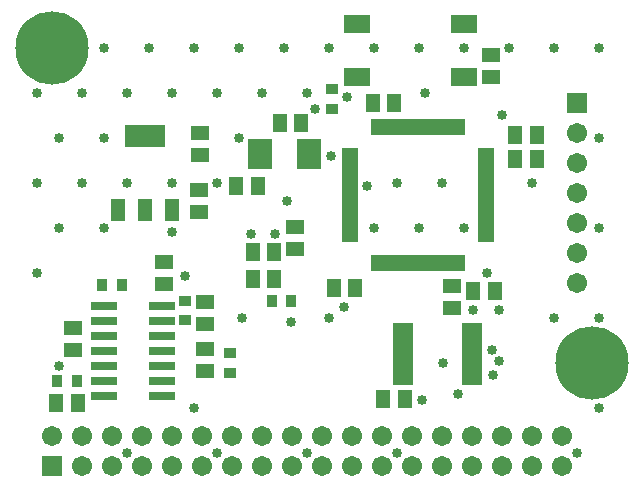
<source format=gts>
G04*
G04 #@! TF.GenerationSoftware,Altium Limited,Altium Designer,21.2.2 (38)*
G04*
G04 Layer_Color=8388736*
%FSLAX25Y25*%
%MOIN*%
G70*
G04*
G04 #@! TF.SameCoordinates,9900035C-DF53-466D-9157-F39D2BD444FF*
G04*
G04*
G04 #@! TF.FilePolarity,Negative*
G04*
G01*
G75*
%ADD27R,0.06115X0.04737*%
%ADD28R,0.04147X0.03556*%
%ADD29R,0.04737X0.06115*%
%ADD30R,0.05524X0.01981*%
%ADD31R,0.01981X0.05524*%
%ADD32R,0.09068X0.06312*%
%ADD33R,0.03556X0.04147*%
%ADD34R,0.04540X0.07690*%
%ADD35R,0.13398X0.07690*%
%ADD36R,0.06607X0.02572*%
%ADD37R,0.08280X0.10249*%
%ADD38R,0.08600X0.03000*%
%ADD39C,0.06706*%
%ADD40R,0.06706X0.06706*%
%ADD41C,0.24422*%
%ADD42R,0.06706X0.06706*%
%ADD43C,0.03359*%
D27*
X221000Y147358D02*
D03*
Y154642D02*
D03*
X303500Y175642D02*
D03*
Y168358D02*
D03*
X207500Y176358D02*
D03*
Y183642D02*
D03*
X221000Y162858D02*
D03*
Y170142D02*
D03*
X251000Y187858D02*
D03*
X219500Y226642D02*
D03*
X177000Y154358D02*
D03*
X316500Y252642D02*
D03*
X219500Y219358D02*
D03*
X219000Y207642D02*
D03*
X177000Y161642D02*
D03*
X251000Y195142D02*
D03*
X219000Y200358D02*
D03*
X316500Y245358D02*
D03*
D28*
X229500Y146752D02*
D03*
Y153248D02*
D03*
X263500Y241248D02*
D03*
Y234752D02*
D03*
X214500Y170748D02*
D03*
Y164252D02*
D03*
D29*
X245858Y230000D02*
D03*
X253142D02*
D03*
X178642Y136500D02*
D03*
X171358D02*
D03*
X287642Y138000D02*
D03*
X280358D02*
D03*
X317642Y174000D02*
D03*
X310358D02*
D03*
X236858Y178000D02*
D03*
X244142D02*
D03*
Y187000D02*
D03*
X271142Y175000D02*
D03*
X324358Y226000D02*
D03*
X276858Y236500D02*
D03*
X231358Y209000D02*
D03*
X236858Y187000D02*
D03*
X331642Y218061D02*
D03*
X263858Y175000D02*
D03*
X331642Y226000D02*
D03*
X284142Y236500D02*
D03*
X324358Y218061D02*
D03*
X238642Y209000D02*
D03*
D30*
X269362Y197142D02*
D03*
X314638Y220764D02*
D03*
X269362Y199110D02*
D03*
Y191236D02*
D03*
Y193205D02*
D03*
Y195173D02*
D03*
Y201079D02*
D03*
Y203047D02*
D03*
Y205016D02*
D03*
Y206984D02*
D03*
Y208953D02*
D03*
Y210921D02*
D03*
Y212890D02*
D03*
Y214858D02*
D03*
Y216827D02*
D03*
Y218795D02*
D03*
Y220764D02*
D03*
X314638Y191236D02*
D03*
Y193205D02*
D03*
Y195173D02*
D03*
Y197142D02*
D03*
Y199110D02*
D03*
Y201079D02*
D03*
Y203047D02*
D03*
Y205016D02*
D03*
Y206984D02*
D03*
Y208953D02*
D03*
Y210921D02*
D03*
Y212890D02*
D03*
Y214858D02*
D03*
Y216827D02*
D03*
Y218795D02*
D03*
D31*
X281173Y183362D02*
D03*
X306764D02*
D03*
X277236Y228638D02*
D03*
X279205D02*
D03*
X285110D02*
D03*
X279205Y183362D02*
D03*
X291016D02*
D03*
X289047D02*
D03*
X287079D02*
D03*
X285110D02*
D03*
X283142D02*
D03*
X277236D02*
D03*
X304795D02*
D03*
X302827D02*
D03*
X300858D02*
D03*
X298890D02*
D03*
X296921D02*
D03*
X294953D02*
D03*
X292984D02*
D03*
X306764Y228638D02*
D03*
X304795D02*
D03*
X302827D02*
D03*
X300858D02*
D03*
X298890D02*
D03*
X296921D02*
D03*
X294953D02*
D03*
X292984D02*
D03*
X291016D02*
D03*
X289047D02*
D03*
X287079D02*
D03*
X283142D02*
D03*
X281173D02*
D03*
D32*
X307413Y262858D02*
D03*
X271587D02*
D03*
Y245142D02*
D03*
X307413D02*
D03*
D33*
X193248Y176000D02*
D03*
X186752D02*
D03*
X171752Y144000D02*
D03*
X178248D02*
D03*
X243252Y170500D02*
D03*
X249748D02*
D03*
D34*
X210112Y200872D02*
D03*
X192002D02*
D03*
X201057D02*
D03*
D35*
Y225676D02*
D03*
D36*
X310067Y149161D02*
D03*
X286933Y144043D02*
D03*
Y146602D02*
D03*
Y149161D02*
D03*
Y151720D02*
D03*
Y154279D02*
D03*
Y156839D02*
D03*
Y159398D02*
D03*
Y161957D02*
D03*
X310067D02*
D03*
Y159398D02*
D03*
Y156839D02*
D03*
Y154279D02*
D03*
Y151720D02*
D03*
Y146602D02*
D03*
Y144043D02*
D03*
D37*
X239429Y219500D02*
D03*
X255571D02*
D03*
D38*
X187300Y154000D02*
D03*
X206700D02*
D03*
Y169000D02*
D03*
Y164000D02*
D03*
Y159000D02*
D03*
Y149000D02*
D03*
Y144000D02*
D03*
Y139000D02*
D03*
X187300D02*
D03*
Y144000D02*
D03*
Y149000D02*
D03*
Y159000D02*
D03*
Y164000D02*
D03*
Y169000D02*
D03*
D39*
X345000Y186500D02*
D03*
Y176500D02*
D03*
Y196500D02*
D03*
Y206500D02*
D03*
Y226500D02*
D03*
Y216500D02*
D03*
X340000Y125500D02*
D03*
Y115500D02*
D03*
X330000Y125500D02*
D03*
Y115500D02*
D03*
X320000Y125500D02*
D03*
Y115500D02*
D03*
X310000Y125500D02*
D03*
Y115500D02*
D03*
X300000Y125500D02*
D03*
Y115500D02*
D03*
X290000Y125500D02*
D03*
Y115500D02*
D03*
X280000Y125500D02*
D03*
Y115500D02*
D03*
X270000Y125500D02*
D03*
Y115500D02*
D03*
X260000Y125500D02*
D03*
Y115500D02*
D03*
X250000Y125500D02*
D03*
Y115500D02*
D03*
X240000Y125500D02*
D03*
Y115500D02*
D03*
X230000Y125500D02*
D03*
Y115500D02*
D03*
X220000Y125500D02*
D03*
Y115500D02*
D03*
X210000Y125500D02*
D03*
Y115500D02*
D03*
X200000Y125500D02*
D03*
Y115500D02*
D03*
X190000Y125500D02*
D03*
Y115500D02*
D03*
X180000Y125500D02*
D03*
Y115500D02*
D03*
X170000Y125500D02*
D03*
D40*
X345000Y236500D02*
D03*
D41*
X350000Y150000D02*
D03*
X170000Y255000D02*
D03*
D42*
Y115500D02*
D03*
D43*
X263000Y219000D02*
D03*
X233279Y165000D02*
D03*
X352500Y255000D02*
D03*
Y225000D02*
D03*
Y195000D02*
D03*
Y165000D02*
D03*
Y135000D02*
D03*
X345000Y120000D02*
D03*
X337500Y255000D02*
D03*
X330000Y210000D02*
D03*
X337500Y165000D02*
D03*
X322500Y255000D02*
D03*
X315000Y180000D02*
D03*
X307500Y255000D02*
D03*
X300000Y210000D02*
D03*
X307500Y195000D02*
D03*
X292500Y255000D02*
D03*
X285000Y210000D02*
D03*
X292500Y195000D02*
D03*
X285000Y120000D02*
D03*
X277500Y255000D02*
D03*
Y195000D02*
D03*
X262500Y255000D02*
D03*
X255000Y240000D02*
D03*
X262500Y165000D02*
D03*
X255000Y120000D02*
D03*
X247500Y255000D02*
D03*
X240000Y240000D02*
D03*
X232500Y255000D02*
D03*
X225000Y240000D02*
D03*
X232500Y225000D02*
D03*
X225000Y210000D02*
D03*
Y120000D02*
D03*
X217500Y255000D02*
D03*
X210000Y240000D02*
D03*
Y210000D02*
D03*
X217500Y135000D02*
D03*
X202500Y255000D02*
D03*
X195000Y240000D02*
D03*
Y210000D02*
D03*
Y120000D02*
D03*
X187500Y255000D02*
D03*
X180000Y240000D02*
D03*
X187500Y225000D02*
D03*
X180000Y210000D02*
D03*
X187500Y195000D02*
D03*
X165000Y240000D02*
D03*
X172500Y225000D02*
D03*
X165000Y210000D02*
D03*
X172500Y195000D02*
D03*
X165000Y180000D02*
D03*
X210000Y193500D02*
D03*
X317000Y146000D02*
D03*
X244500Y193000D02*
D03*
X293500Y137500D02*
D03*
X300215Y149990D02*
D03*
X320000Y232500D02*
D03*
X236500Y193000D02*
D03*
X214500Y179000D02*
D03*
X268500Y238500D02*
D03*
X275000Y209000D02*
D03*
X294500Y240000D02*
D03*
X248500Y204000D02*
D03*
X310500Y167500D02*
D03*
X267500Y168500D02*
D03*
X319000Y167500D02*
D03*
X172500Y149000D02*
D03*
X257836Y234586D02*
D03*
X249748Y163500D02*
D03*
X305500Y139500D02*
D03*
X319000Y150500D02*
D03*
X316721Y154251D02*
D03*
M02*

</source>
